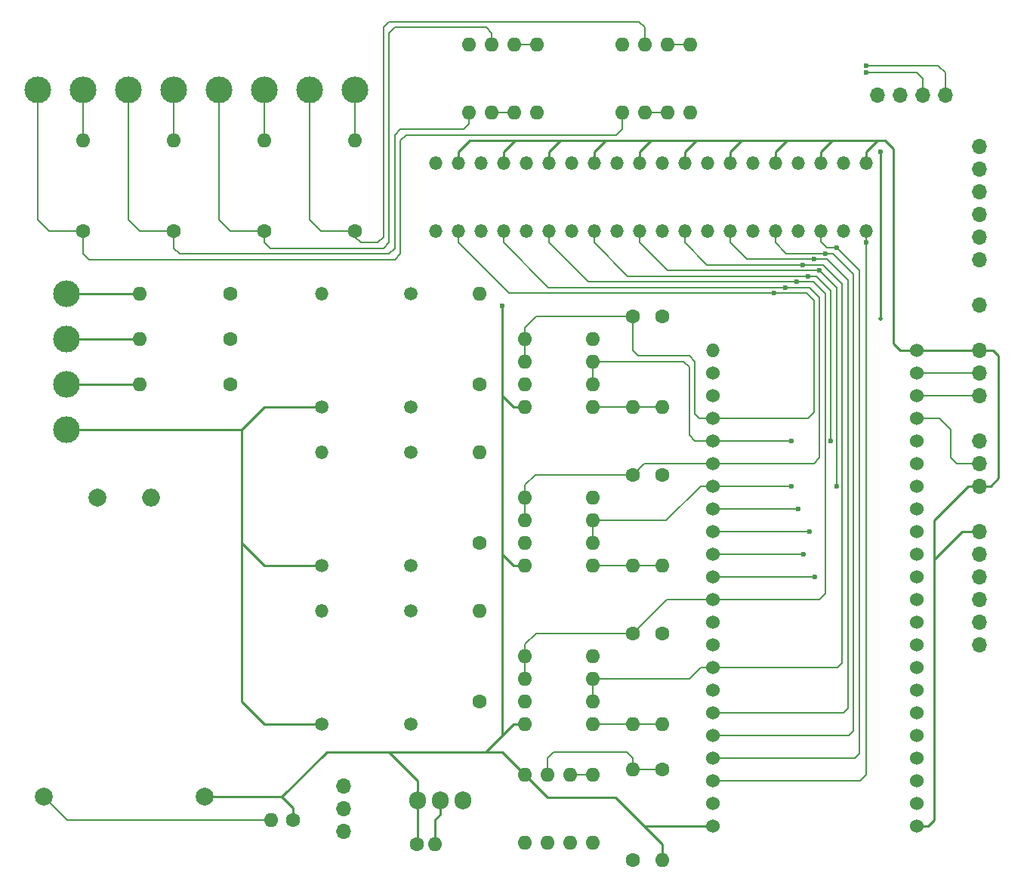
<source format=gbr>
%TF.GenerationSoftware,KiCad,Pcbnew,7.0.10*%
%TF.CreationDate,2024-05-09T15:11:21-03:00*%
%TF.ProjectId,board,626f6172-642e-46b6-9963-61645f706362,1.6*%
%TF.SameCoordinates,Original*%
%TF.FileFunction,Copper,L1,Top*%
%TF.FilePolarity,Positive*%
%FSLAX46Y46*%
G04 Gerber Fmt 4.6, Leading zero omitted, Abs format (unit mm)*
G04 Created by KiCad (PCBNEW 7.0.10) date 2024-05-09 15:11:21*
%MOMM*%
%LPD*%
G01*
G04 APERTURE LIST*
%TA.AperFunction,ComponentPad*%
%ADD10O,1.500000X1.500000*%
%TD*%
%TA.AperFunction,ComponentPad*%
%ADD11C,1.600000*%
%TD*%
%TA.AperFunction,ComponentPad*%
%ADD12O,1.600000X1.600000*%
%TD*%
%TA.AperFunction,ComponentPad*%
%ADD13O,1.700000X1.700000*%
%TD*%
%TA.AperFunction,ComponentPad*%
%ADD14O,2.000000X2.000000*%
%TD*%
%TA.AperFunction,ComponentPad*%
%ADD15C,2.000000*%
%TD*%
%TA.AperFunction,ComponentPad*%
%ADD16O,1.530000X1.530000*%
%TD*%
%TA.AperFunction,ComponentPad*%
%ADD17C,1.530000*%
%TD*%
%TA.AperFunction,ComponentPad*%
%ADD18O,3.000000X3.000000*%
%TD*%
%TA.AperFunction,ComponentPad*%
%ADD19C,3.000000*%
%TD*%
%TA.AperFunction,ComponentPad*%
%ADD20O,1.508000X1.508000*%
%TD*%
%TA.AperFunction,ComponentPad*%
%ADD21C,1.508000*%
%TD*%
%TA.AperFunction,ComponentPad*%
%ADD22O,1.905000X2.000000*%
%TD*%
%TA.AperFunction,ViaPad*%
%ADD23C,0.600000*%
%TD*%
%TA.AperFunction,ViaPad*%
%ADD24C,0.500000*%
%TD*%
%TA.AperFunction,Conductor*%
%ADD25C,0.200000*%
%TD*%
%TA.AperFunction,Conductor*%
%ADD26C,0.250000*%
%TD*%
G04 APERTURE END LIST*
D10*
%TO.P,DZ17,1,K*%
%TO.N,GND*%
X149352000Y-52695000D03*
%TO.P,DZ17,2,A*%
%TO.N,Treated Wave B*%
X149352000Y-60315000D03*
%TD*%
%TO.P,DZ14,1,K*%
%TO.N,Treated Wave CA*%
X156972000Y-60320000D03*
%TO.P,DZ14,2,A*%
%TO.N,Vcc*%
X156972000Y-52700000D03*
%TD*%
D11*
%TO.P,R9,1*%
%TO.N,Treated Wave A*%
X163830000Y-69850000D03*
D12*
%TO.P,R9,2*%
%TO.N,Net-(U2B-+)*%
X163830000Y-80010000D03*
%TD*%
D10*
%TO.P,DZ2,1,K*%
%TO.N,Current A*%
X187452000Y-60320000D03*
%TO.P,DZ2,2,A*%
%TO.N,Vcc*%
X187452000Y-52700000D03*
%TD*%
D13*
%TO.P,SW2,1,A*%
%TO.N,Vcc*%
X202692000Y-83820000D03*
%TO.P,SW2,2,B*%
%TO.N,System Type*%
X202692000Y-86360000D03*
%TO.P,SW2,3,C*%
%TO.N,GND*%
X202692000Y-88900000D03*
%TD*%
D11*
%TO.P,R7,1*%
%TO.N,Wave B*%
X146685000Y-95250000D03*
D12*
%TO.P,R7,2*%
%TO.N,TC A-2*%
X146685000Y-85090000D03*
%TD*%
%TO.P,U4,1*%
%TO.N,Treated Wave C*%
X151775000Y-107960000D03*
%TO.P,U4,2,-*%
X151775000Y-110500000D03*
%TO.P,U4,3,+*%
%TO.N,Wave C*%
X151775000Y-113040000D03*
%TO.P,U4,4,V-*%
%TO.N,GND*%
X151775000Y-115580000D03*
%TO.P,U4,5,+*%
%TO.N,Net-(U4B-+)*%
X159395000Y-115580000D03*
%TO.P,U4,6,-*%
%TO.N,Treated Wave BC*%
X159395000Y-113040000D03*
%TO.P,U4,7*%
X159395000Y-110500000D03*
%TO.P,U4,8,V+*%
%TO.N,Vin*%
X159395000Y-107960000D03*
%TD*%
D14*
%TO.P,PS1,1,AC/L*%
%TO.N,Line A*%
X109855000Y-90170000D03*
D15*
%TO.P,PS1,2,AC/N*%
%TO.N,Neutral*%
X103855000Y-90170000D03*
%TO.P,PS1,3,-Vout*%
%TO.N,GND*%
X115855000Y-123770000D03*
%TO.P,PS1,4,+Vout*%
%TO.N,Power*%
X97855000Y-123770000D03*
%TD*%
D11*
%TO.P,R15,1*%
%TO.N,TC B-1*%
X122555000Y-60325000D03*
D12*
%TO.P,R15,2*%
%TO.N,TC A-2*%
X122555000Y-50165000D03*
%TD*%
D11*
%TO.P,R16,1*%
%TO.N,TC C-1*%
X112395000Y-60325000D03*
D12*
%TO.P,R16,2*%
%TO.N,TC A-2*%
X112395000Y-50165000D03*
%TD*%
D16*
%TO.P,MCU1,J1_1,3V3*%
%TO.N,Vcc*%
X172847000Y-73660000D03*
D17*
%TO.P,MCU1,J1_2,3V3__1*%
%TO.N,unconnected-(MCU1-3V3__1-PadJ1_2)*%
X172847000Y-76200000D03*
%TO.P,MCU1,J1_3,RST*%
%TO.N,unconnected-(MCU1-RST-PadJ1_3)*%
X172847000Y-78740000D03*
%TO.P,MCU1,J1_4,GPIO4*%
%TO.N,Treated Wave A*%
X172847000Y-81280000D03*
%TO.P,MCU1,J1_5,GPIO5*%
%TO.N,Treated Wave CA*%
X172847000Y-83820000D03*
%TO.P,MCU1,J1_6,GPIO6*%
%TO.N,Treated Wave B*%
X172847000Y-86360000D03*
%TO.P,MCU1,J1_7,GPIO7*%
%TO.N,Treated Wave AB*%
X172847000Y-88900000D03*
%TO.P,MCU1,J1_8,GPIO15*%
%TO.N,CS*%
X172847000Y-91440000D03*
%TO.P,MCU1,J1_9,GPIO16*%
%TO.N,MOSI*%
X172847000Y-93980000D03*
%TO.P,MCU1,J1_10,GPIO17*%
%TO.N,SCK*%
X172847000Y-96520000D03*
%TO.P,MCU1,J1_11,GPIO18*%
%TO.N,MISO*%
X172847000Y-99060000D03*
%TO.P,MCU1,J1_12,GPIO8*%
%TO.N,Treated Wave C*%
X172847000Y-101600000D03*
%TO.P,MCU1,J1_13,GPIO3*%
%TO.N,unconnected-(MCU1-GPIO3-PadJ1_13)*%
X172847000Y-104140000D03*
%TO.P,MCU1,J1_14,GPIO46*%
%TO.N,unconnected-(MCU1-GPIO46-PadJ1_14)*%
X172847000Y-106680000D03*
%TO.P,MCU1,J1_15,GPIO9*%
%TO.N,Treated Wave BC*%
X172847000Y-109220000D03*
%TO.P,MCU1,J1_16,GPIO10*%
%TO.N,unconnected-(MCU1-GPIO10-PadJ1_16)*%
X172847000Y-111760000D03*
%TO.P,MCU1,J1_17,GPIO11*%
%TO.N,Current N*%
X172847000Y-114300000D03*
%TO.P,MCU1,J1_18,GPIO12*%
%TO.N,Current C*%
X172847000Y-116840000D03*
%TO.P,MCU1,J1_19,GPIO13*%
%TO.N,Current B*%
X172847000Y-119380000D03*
%TO.P,MCU1,J1_20,GPIO14*%
%TO.N,Current A*%
X172847000Y-121920000D03*
%TO.P,MCU1,J1_21,5V0*%
%TO.N,unconnected-(MCU1-5V0-PadJ1_21)*%
X172847000Y-124460000D03*
%TO.P,MCU1,J1_22,GND*%
%TO.N,GND*%
X172847000Y-127000000D03*
%TO.P,MCU1,J3_1,GND__1*%
X195707000Y-73660000D03*
%TO.P,MCU1,J3_2,U0TXD/GPIO43*%
%TO.N,UART TX*%
X195707000Y-76200000D03*
%TO.P,MCU1,J3_3,U0RXD/GPIO44*%
%TO.N,UART RX*%
X195707000Y-78740000D03*
%TO.P,MCU1,J3_4,GPIO1*%
%TO.N,System Type*%
X195707000Y-81280000D03*
%TO.P,MCU1,J3_5,GPIO2*%
%TO.N,unconnected-(MCU1-GPIO2-PadJ3_5)*%
X195707000Y-83820000D03*
%TO.P,MCU1,J3_6,MTMS/GPIO42*%
%TO.N,unconnected-(MCU1-MTMS{slash}GPIO42-PadJ3_6)*%
X195707000Y-86360000D03*
%TO.P,MCU1,J3_7,MTDI/GPIO41*%
%TO.N,unconnected-(MCU1-MTDI{slash}GPIO41-PadJ3_7)*%
X195707000Y-88900000D03*
%TO.P,MCU1,J3_8,MTDO/GPIO40*%
%TO.N,unconnected-(MCU1-MTDO{slash}GPIO40-PadJ3_8)*%
X195707000Y-91440000D03*
%TO.P,MCU1,J3_9,MTCK/GPIO39*%
%TO.N,unconnected-(MCU1-MTCK{slash}GPIO39-PadJ3_9)*%
X195707000Y-93980000D03*
%TO.P,MCU1,J3_10,GPIO38*%
%TO.N,unconnected-(MCU1-GPIO38-PadJ3_10)*%
X195707000Y-96520000D03*
%TO.P,MCU1,J3_11,GPIO37*%
%TO.N,unconnected-(MCU1-GPIO37-PadJ3_11)*%
X195707000Y-99060000D03*
%TO.P,MCU1,J3_12,GPIO36*%
%TO.N,unconnected-(MCU1-GPIO36-PadJ3_12)*%
X195707000Y-101600000D03*
%TO.P,MCU1,J3_13,GPIO35*%
%TO.N,unconnected-(MCU1-GPIO35-PadJ3_13)*%
X195707000Y-104140000D03*
%TO.P,MCU1,J3_14,GPIO0*%
%TO.N,unconnected-(MCU1-GPIO0-PadJ3_14)*%
X195707000Y-106680000D03*
%TO.P,MCU1,J3_15,GPIO45*%
%TO.N,unconnected-(MCU1-GPIO45-PadJ3_15)*%
X195707000Y-109220000D03*
%TO.P,MCU1,J3_16,GPIO48*%
%TO.N,unconnected-(MCU1-GPIO48-PadJ3_16)*%
X195707000Y-111760000D03*
%TO.P,MCU1,J3_17,GPIO47*%
%TO.N,unconnected-(MCU1-GPIO47-PadJ3_17)*%
X195707000Y-114300000D03*
%TO.P,MCU1,J3_18,GPIO21*%
%TO.N,unconnected-(MCU1-GPIO21-PadJ3_18)*%
X195707000Y-116840000D03*
%TO.P,MCU1,J3_19,USB_D+/GPIO20*%
%TO.N,unconnected-(MCU1-USB_D+{slash}GPIO20-PadJ3_19)*%
X195707000Y-119380000D03*
%TO.P,MCU1,J3_20,USB_D-/GPIO19*%
%TO.N,unconnected-(MCU1-USB_D-{slash}GPIO19-PadJ3_20)*%
X195707000Y-121920000D03*
%TO.P,MCU1,J3_21,GND__2*%
%TO.N,unconnected-(MCU1-GND__2-PadJ3_21)*%
X195707000Y-124460000D03*
%TO.P,MCU1,J3_22,GND__3*%
%TO.N,GND*%
X195707000Y-127000000D03*
%TD*%
D12*
%TO.P,U3,1*%
%TO.N,Treated Wave B*%
X151775000Y-90180000D03*
%TO.P,U3,2,-*%
X151775000Y-92720000D03*
%TO.P,U3,3,+*%
%TO.N,Wave B*%
X151775000Y-95260000D03*
%TO.P,U3,4,V-*%
%TO.N,GND*%
X151775000Y-97800000D03*
%TO.P,U3,5,+*%
%TO.N,Net-(U3B-+)*%
X159395000Y-97800000D03*
%TO.P,U3,6,-*%
%TO.N,Treated Wave AB*%
X159395000Y-95260000D03*
%TO.P,U3,7*%
X159395000Y-92720000D03*
%TO.P,U3,8,V+*%
%TO.N,Vin*%
X159395000Y-90180000D03*
%TD*%
D10*
%TO.P,DZ13,1,K*%
%TO.N,GND*%
X159512000Y-52695000D03*
%TO.P,DZ13,2,A*%
%TO.N,Treated Wave CA*%
X159512000Y-60315000D03*
%TD*%
D11*
%TO.P,R18,1*%
%TO.N,TC N-1*%
X102235000Y-60325000D03*
D12*
%TO.P,R18,2*%
%TO.N,TC A-2*%
X102235000Y-50165000D03*
%TD*%
D10*
%TO.P,DZ6,1,K*%
%TO.N,Current C*%
X177292000Y-60325000D03*
%TO.P,DZ6,2,A*%
%TO.N,Vcc*%
X177292000Y-52705000D03*
%TD*%
%TO.P,DZ18,1,K*%
%TO.N,Treated Wave B*%
X146812000Y-60325000D03*
%TO.P,DZ18,2,A*%
%TO.N,Vcc*%
X146812000Y-52705000D03*
%TD*%
%TO.P,DZ5,1,K*%
%TO.N,GND*%
X179832000Y-52695000D03*
%TO.P,DZ5,2,A*%
%TO.N,Current C*%
X179832000Y-60315000D03*
%TD*%
D18*
%TO.P,J6,1,Pin_1*%
%TO.N,TC A-2*%
X102235000Y-44450000D03*
D19*
%TO.P,J6,2,Pin_2*%
%TO.N,TC N-1*%
X97155000Y-44450000D03*
%TD*%
D13*
%TO.P,P1,1,Pin_1*%
%TO.N,UART RX*%
X202692000Y-78740000D03*
%TO.P,P1,2,Pin_2*%
%TO.N,UART TX*%
X202692000Y-76200000D03*
%TO.P,P1,3,Pin_3*%
%TO.N,GND*%
X202692000Y-73660000D03*
%TD*%
D11*
%TO.P,R1,1*%
%TO.N,Vcc*%
X163830000Y-130810000D03*
D12*
%TO.P,R1,2*%
%TO.N,Net-(U1A-+)*%
X163830000Y-120650000D03*
%TD*%
D20*
%TO.P,T1,1*%
%TO.N,Net-(R3-Pad1)*%
X128985000Y-67310000D03*
D21*
%TO.P,T1,2*%
%TO.N,Neutral*%
X128985000Y-80010000D03*
%TO.P,T1,3*%
%TO.N,Wave A*%
X138985000Y-80010000D03*
%TO.P,T1,4*%
%TO.N,TC A-2*%
X138985000Y-67310000D03*
%TD*%
D11*
%TO.P,R11,1*%
%TO.N,Treated Wave B*%
X163830000Y-87630000D03*
D12*
%TO.P,R11,2*%
%TO.N,Net-(U3B-+)*%
X163830000Y-97790000D03*
%TD*%
%TO.P,U1,1*%
%TO.N,TC A-2*%
X159375000Y-121295000D03*
%TO.P,U1,2,-*%
X156835000Y-121295000D03*
%TO.P,U1,3,+*%
%TO.N,Net-(U1A-+)*%
X154295000Y-121295000D03*
%TO.P,U1,4,V-*%
%TO.N,GND*%
X151755000Y-121295000D03*
%TO.P,U1,5*%
%TO.N,N/C*%
X151755000Y-128915000D03*
%TO.P,U1,6*%
X154295000Y-128915000D03*
%TO.P,U1,7*%
X156835000Y-128915000D03*
%TO.P,U1,8,V+*%
%TO.N,Vin*%
X159375000Y-128915000D03*
%TD*%
D10*
%TO.P,DZ11,1,K*%
%TO.N,GND*%
X164592000Y-52700000D03*
%TO.P,DZ11,2,A*%
%TO.N,Treated Wave AB*%
X164592000Y-60320000D03*
%TD*%
D13*
%TO.P,SW1,1,A*%
%TO.N,Vin*%
X131445000Y-122555000D03*
%TO.P,SW1,2,B*%
%TO.N,Power*%
X131445000Y-125095000D03*
%TO.P,SW1,3,C*%
%TO.N,unconnected-(SW1A-C-Pad3)*%
X131445000Y-127635000D03*
%TD*%
D11*
%TO.P,R13,1*%
%TO.N,Treated Wave C*%
X163830000Y-105410000D03*
D12*
%TO.P,R13,2*%
%TO.N,Net-(U4B-+)*%
X163830000Y-115570000D03*
%TD*%
D20*
%TO.P,T3,1*%
%TO.N,Net-(R5-Pad1)*%
X128985000Y-102870000D03*
D21*
%TO.P,T3,2*%
%TO.N,Neutral*%
X128985000Y-115570000D03*
%TO.P,T3,3*%
%TO.N,Wave C*%
X138985000Y-115570000D03*
%TO.P,T3,4*%
%TO.N,TC A-2*%
X138985000Y-102870000D03*
%TD*%
D11*
%TO.P,R6,1*%
%TO.N,Wave A*%
X146685000Y-77470000D03*
D12*
%TO.P,R6,2*%
%TO.N,TC A-2*%
X146685000Y-67310000D03*
%TD*%
D10*
%TO.P,DZ3,1,K*%
%TO.N,GND*%
X184912000Y-52700000D03*
%TO.P,DZ3,2,A*%
%TO.N,Current B*%
X184912000Y-60320000D03*
%TD*%
D11*
%TO.P,R10,1*%
%TO.N,Treated Wave C*%
X167132000Y-69850000D03*
D12*
%TO.P,R10,2*%
%TO.N,Net-(U2B-+)*%
X167132000Y-80010000D03*
%TD*%
D10*
%TO.P,DZ16,1,K*%
%TO.N,Treated Wave C*%
X151892000Y-60320000D03*
%TO.P,DZ16,2,A*%
%TO.N,Vcc*%
X151892000Y-52700000D03*
%TD*%
%TO.P,DZ15,1,K*%
%TO.N,GND*%
X154432000Y-52695000D03*
%TO.P,DZ15,2,A*%
%TO.N,Treated Wave C*%
X154432000Y-60315000D03*
%TD*%
D11*
%TO.P,R3,1*%
%TO.N,Net-(R3-Pad1)*%
X118745000Y-67310000D03*
D12*
%TO.P,R3,2*%
%TO.N,Line A*%
X108585000Y-67310000D03*
%TD*%
D11*
%TO.P,R12,1*%
%TO.N,Treated Wave A*%
X167132000Y-87630000D03*
D12*
%TO.P,R12,2*%
%TO.N,Net-(U3B-+)*%
X167132000Y-97790000D03*
%TD*%
D10*
%TO.P,DZ12,1,K*%
%TO.N,Treated Wave AB*%
X162052000Y-60325000D03*
%TO.P,DZ12,2,A*%
%TO.N,Vcc*%
X162052000Y-52705000D03*
%TD*%
D12*
%TO.P,C2,1*%
%TO.N,Vcc*%
X141681200Y-129057400D03*
D11*
%TO.P,C2,2*%
%TO.N,GND*%
X139681200Y-129057400D03*
%TD*%
D18*
%TO.P,J3,1,Pin_1*%
%TO.N,TC A-2*%
X132715000Y-44450000D03*
D19*
%TO.P,J3,2,Pin_2*%
%TO.N,TC A-1*%
X127635000Y-44450000D03*
%TD*%
D11*
%TO.P,R14,1*%
%TO.N,Treated Wave B*%
X167132000Y-105410000D03*
D12*
%TO.P,R14,2*%
%TO.N,Net-(U4B-+)*%
X167132000Y-115570000D03*
%TD*%
D18*
%TO.P,J1,1,Pin_1*%
%TO.N,Line A*%
X100330000Y-67310000D03*
D19*
%TO.P,J1,2,Pin_2*%
%TO.N,Line B*%
X100330000Y-72390000D03*
%TD*%
D13*
%TO.P,P4,1,Pin_1*%
%TO.N,Treated Wave A*%
X202692000Y-63500000D03*
%TO.P,P4,2,Pin_2*%
%TO.N,Treated Wave B*%
X202692000Y-60960000D03*
%TO.P,P4,3,Pin_3*%
%TO.N,Treated Wave C*%
X202692000Y-58420000D03*
%TO.P,P4,4,Pin_4*%
%TO.N,Treated Wave CA*%
X202692000Y-55880000D03*
%TO.P,P4,5,Pin_5*%
%TO.N,Treated Wave AB*%
X202692000Y-53340000D03*
%TO.P,P4,6,Pin_6*%
%TO.N,Treated Wave BC*%
X202692000Y-50800000D03*
%TD*%
D10*
%TO.P,DZ9,1,K*%
%TO.N,GND*%
X169672000Y-52695000D03*
%TO.P,DZ9,2,A*%
%TO.N,Treated Wave BC*%
X169672000Y-60315000D03*
%TD*%
%TO.P,DZ7,1,K*%
%TO.N,GND*%
X174752000Y-52700000D03*
%TO.P,DZ7,2,A*%
%TO.N,Current N*%
X174752000Y-60320000D03*
%TD*%
D20*
%TO.P,T2,1*%
%TO.N,Net-(R4-Pad1)*%
X128985000Y-85090000D03*
D21*
%TO.P,T2,2*%
%TO.N,Neutral*%
X128985000Y-97790000D03*
%TO.P,T2,3*%
%TO.N,Wave B*%
X138985000Y-97790000D03*
%TO.P,T2,4*%
%TO.N,TC A-2*%
X138985000Y-85090000D03*
%TD*%
D18*
%TO.P,J5,1,Pin_1*%
%TO.N,TC A-2*%
X112395000Y-44450000D03*
D19*
%TO.P,J5,2,Pin_2*%
%TO.N,TC C-1*%
X107315000Y-44450000D03*
%TD*%
D10*
%TO.P,DZ20,1,K*%
%TO.N,Treated Wave A*%
X141732000Y-60320000D03*
%TO.P,DZ20,2,A*%
%TO.N,Vcc*%
X141732000Y-52700000D03*
%TD*%
D13*
%TO.P,P5,1,Pin_1*%
%TO.N,GND*%
X202692000Y-93980000D03*
%TO.P,P5,2,Pin_2*%
%TO.N,Vcc*%
X202692000Y-96520000D03*
%TO.P,P5,3,Pin_3*%
%TO.N,MISO*%
X202692000Y-99060000D03*
%TO.P,P5,4,Pin_4*%
%TO.N,MOSI*%
X202692000Y-101600000D03*
%TO.P,P5,5,Pin_5*%
%TO.N,SCK*%
X202692000Y-104140000D03*
%TO.P,P5,6,Pin_6*%
%TO.N,CS*%
X202692000Y-106680000D03*
%TD*%
D10*
%TO.P,DZ4,1,K*%
%TO.N,Current B*%
X182372000Y-60325000D03*
%TO.P,DZ4,2,A*%
%TO.N,Vcc*%
X182372000Y-52705000D03*
%TD*%
D11*
%TO.P,R17,1*%
%TO.N,TC A-1*%
X132715000Y-60325000D03*
D12*
%TO.P,R17,2*%
%TO.N,TC A-2*%
X132715000Y-50165000D03*
%TD*%
D13*
%TO.P,P3,1,Pin_1*%
%TO.N,Current A*%
X191272000Y-45085000D03*
%TO.P,P3,2,Pin_2*%
%TO.N,Current B*%
X193812000Y-45085000D03*
%TO.P,P3,3,Pin_3*%
%TO.N,Current C*%
X196352000Y-45085000D03*
%TO.P,P3,4,Pin_4*%
%TO.N,Current N*%
X198892000Y-45085000D03*
%TD*%
D10*
%TO.P,DZ1,1,K*%
%TO.N,GND*%
X189992000Y-52700000D03*
%TO.P,DZ1,2,A*%
%TO.N,Current A*%
X189992000Y-60320000D03*
%TD*%
D12*
%TO.P,U6,1*%
%TO.N,Current A*%
X170297000Y-39380000D03*
%TO.P,U6,2,-*%
X167757000Y-39380000D03*
%TO.P,U6,3,+*%
%TO.N,TC A-1*%
X165217000Y-39380000D03*
%TO.P,U6,4,V-*%
%TO.N,GND*%
X162677000Y-39380000D03*
%TO.P,U6,5,+*%
%TO.N,TC N-1*%
X162677000Y-47000000D03*
%TO.P,U6,6,-*%
%TO.N,Current N*%
X165217000Y-47000000D03*
%TO.P,U6,7*%
X167757000Y-47000000D03*
%TO.P,U6,8,V+*%
%TO.N,Vin*%
X170297000Y-47000000D03*
%TD*%
%TO.P,C1,1*%
%TO.N,Power*%
X123277621Y-126365000D03*
D11*
%TO.P,C1,2*%
%TO.N,GND*%
X125777621Y-126365000D03*
%TD*%
%TO.P,R8,1*%
%TO.N,Wave C*%
X146685000Y-113030000D03*
D12*
%TO.P,R8,2*%
%TO.N,TC A-2*%
X146685000Y-102870000D03*
%TD*%
D18*
%TO.P,J2,1,Pin_1*%
%TO.N,Line C*%
X100330000Y-77470000D03*
D19*
%TO.P,J2,2,Pin_2*%
%TO.N,Neutral*%
X100330000Y-82550000D03*
%TD*%
D13*
%TO.P,P2,1,Pin_1*%
%TO.N,TC A-2*%
X202692000Y-68580000D03*
%TD*%
D22*
%TO.P,PS2,1,GND*%
%TO.N,GND*%
X139700000Y-124135000D03*
%TO.P,PS2,2,VO*%
%TO.N,Vcc*%
X142240000Y-124135000D03*
%TO.P,PS2,3,VI*%
%TO.N,Vin*%
X144780000Y-124135000D03*
%TD*%
D10*
%TO.P,DZ8,1,K*%
%TO.N,Current N*%
X172212000Y-60325000D03*
%TO.P,DZ8,2,A*%
%TO.N,Vcc*%
X172212000Y-52705000D03*
%TD*%
%TO.P,DZ10,1,K*%
%TO.N,Treated Wave BC*%
X167132000Y-60325000D03*
%TO.P,DZ10,2,A*%
%TO.N,Vcc*%
X167132000Y-52705000D03*
%TD*%
D11*
%TO.P,R4,1*%
%TO.N,Net-(R4-Pad1)*%
X118745000Y-72390000D03*
D12*
%TO.P,R4,2*%
%TO.N,Line B*%
X108585000Y-72390000D03*
%TD*%
D11*
%TO.P,R5,1*%
%TO.N,Net-(R5-Pad1)*%
X118745000Y-77470000D03*
D12*
%TO.P,R5,2*%
%TO.N,Line C*%
X108585000Y-77470000D03*
%TD*%
%TO.P,U2,1*%
%TO.N,Treated Wave A*%
X151765000Y-72390000D03*
%TO.P,U2,2,-*%
X151765000Y-74930000D03*
%TO.P,U2,3,+*%
%TO.N,Wave A*%
X151765000Y-77470000D03*
%TO.P,U2,4,V-*%
%TO.N,GND*%
X151765000Y-80010000D03*
%TO.P,U2,5,+*%
%TO.N,Net-(U2B-+)*%
X159385000Y-80010000D03*
%TO.P,U2,6,-*%
%TO.N,Treated Wave CA*%
X159385000Y-77470000D03*
%TO.P,U2,7*%
X159385000Y-74930000D03*
%TO.P,U2,8,V+*%
%TO.N,Vin*%
X159385000Y-72390000D03*
%TD*%
D11*
%TO.P,R2,1*%
%TO.N,Net-(U1A-+)*%
X167132000Y-120650000D03*
D12*
%TO.P,R2,2*%
%TO.N,GND*%
X167132000Y-130810000D03*
%TD*%
D18*
%TO.P,J4,1,Pin_1*%
%TO.N,TC A-2*%
X122555000Y-44450000D03*
D19*
%TO.P,J4,2,Pin_2*%
%TO.N,TC B-1*%
X117475000Y-44450000D03*
%TD*%
D12*
%TO.P,U5,1*%
%TO.N,Current B*%
X153152000Y-39380000D03*
%TO.P,U5,2,-*%
X150612000Y-39380000D03*
%TO.P,U5,3,+*%
%TO.N,TC B-1*%
X148072000Y-39380000D03*
%TO.P,U5,4,V-*%
%TO.N,GND*%
X145532000Y-39380000D03*
%TO.P,U5,5,+*%
%TO.N,TC C-1*%
X145532000Y-47000000D03*
%TO.P,U5,6,-*%
%TO.N,Current C*%
X148072000Y-47000000D03*
%TO.P,U5,7*%
X150612000Y-47000000D03*
%TO.P,U5,8,V+*%
%TO.N,Vin*%
X153152000Y-47000000D03*
%TD*%
D10*
%TO.P,DZ19,1,K*%
%TO.N,GND*%
X144272000Y-52695000D03*
%TO.P,DZ19,2,A*%
%TO.N,Treated Wave A*%
X144272000Y-60315000D03*
%TD*%
D23*
%TO.N,Treated Wave A*%
X179705000Y-67300000D03*
%TO.N,Treated Wave B*%
X180975000Y-66665000D03*
%TO.N,Treated Wave C*%
X182245000Y-66030000D03*
%TO.N,Treated Wave CA*%
X183515000Y-65395000D03*
X181610000Y-83820000D03*
X186055000Y-83820000D03*
%TO.N,Treated Wave AB*%
X181610000Y-88900000D03*
X186690000Y-88900000D03*
X184785000Y-64760000D03*
%TO.N,Treated Wave BC*%
X182880000Y-64125000D03*
D24*
%TO.N,Vcc*%
X191643000Y-70104000D03*
D23*
X191643000Y-51425000D03*
%TO.N,GND*%
X149225000Y-68707000D03*
%TO.N,Current A*%
X189992000Y-61595000D03*
%TO.N,Current B*%
X186690000Y-62220000D03*
%TO.N,Current C*%
X189992000Y-42545000D03*
X185420000Y-62855000D03*
%TO.N,Current N*%
X189992000Y-41744997D03*
X184150000Y-63490000D03*
%TO.N,CS*%
X182372000Y-91440000D03*
%TO.N,MOSI*%
X183642000Y-93980000D03*
%TO.N,SCK*%
X183007000Y-96520000D03*
%TO.N,MISO*%
X184277000Y-99060000D03*
%TD*%
D25*
%TO.N,Treated Wave A*%
X163830000Y-69850000D02*
X163830000Y-73660000D01*
X163830000Y-69850000D02*
X153035000Y-69850000D01*
X171323000Y-81280000D02*
X172847000Y-81280000D01*
X179705000Y-67300000D02*
X183378000Y-67300000D01*
X179705000Y-67300000D02*
X149977000Y-67300000D01*
X151765000Y-74930000D02*
X151765000Y-72390000D01*
X144272000Y-61595000D02*
X144272000Y-60315000D01*
X151765000Y-71120000D02*
X151765000Y-72390000D01*
X184150000Y-68072000D02*
X184150000Y-80645000D01*
X163830000Y-73660000D02*
X164465000Y-74295000D01*
X170180000Y-74295000D02*
X170815000Y-74930000D01*
X170815000Y-80772000D02*
X171323000Y-81280000D01*
X153035000Y-69850000D02*
X151765000Y-71120000D01*
X184150000Y-80645000D02*
X183515000Y-81280000D01*
X183515000Y-81280000D02*
X172847000Y-81280000D01*
X164465000Y-74295000D02*
X170180000Y-74295000D01*
X170815000Y-74930000D02*
X170815000Y-80772000D01*
X149977000Y-67300000D02*
X144272000Y-61595000D01*
X183378000Y-67300000D02*
X184150000Y-68072000D01*
%TO.N,Treated Wave B*%
X163830000Y-87630000D02*
X152918000Y-87630000D01*
X152918000Y-87630000D02*
X151775000Y-88773000D01*
X172847000Y-86360000D02*
X165100000Y-86360000D01*
X184785000Y-67735893D02*
X184785000Y-85725000D01*
X149352000Y-61595000D02*
X149352000Y-60315000D01*
X151775000Y-92720000D02*
X151775000Y-90180000D01*
X180975000Y-66665000D02*
X183714107Y-66665000D01*
X180975000Y-66665000D02*
X154422000Y-66665000D01*
X154422000Y-66665000D02*
X149352000Y-61595000D01*
X165100000Y-86360000D02*
X163830000Y-87630000D01*
X184785000Y-85725000D02*
X184150000Y-86360000D01*
X184150000Y-86360000D02*
X172847000Y-86360000D01*
X151775000Y-88773000D02*
X151775000Y-90180000D01*
X183714107Y-66665000D02*
X184785000Y-67735893D01*
%TO.N,Treated Wave C*%
X185420000Y-100965000D02*
X184785000Y-101600000D01*
X154432000Y-61595000D02*
X154432000Y-60315000D01*
X163830000Y-105410000D02*
X153035000Y-105410000D01*
X151775000Y-106670000D02*
X151775000Y-107960000D01*
X185420000Y-67354893D02*
X185420000Y-100965000D01*
X158867000Y-66030000D02*
X154432000Y-61595000D01*
X184095107Y-66030000D02*
X185420000Y-67354893D01*
X167640000Y-101600000D02*
X163830000Y-105410000D01*
X153035000Y-105410000D02*
X151775000Y-106670000D01*
X182245000Y-66030000D02*
X184095107Y-66030000D01*
X184785000Y-101600000D02*
X172847000Y-101600000D01*
X172847000Y-101600000D02*
X167640000Y-101600000D01*
X151775000Y-107960000D02*
X151775000Y-110500000D01*
X182245000Y-66030000D02*
X158867000Y-66030000D01*
%TO.N,Treated Wave CA*%
X170180000Y-83185000D02*
X170815000Y-83820000D01*
X159385000Y-74930000D02*
X169545000Y-74930000D01*
X170815000Y-83820000D02*
X172847000Y-83820000D01*
X159385000Y-74930000D02*
X159385000Y-77470000D01*
X163312000Y-65395000D02*
X159512000Y-61595000D01*
X159512000Y-61595000D02*
X159512000Y-60315000D01*
X183515000Y-65395000D02*
X184476107Y-65395000D01*
X183515000Y-65395000D02*
X163312000Y-65395000D01*
X181610000Y-83820000D02*
X172847000Y-83820000D01*
X169545000Y-74930000D02*
X170180000Y-75565000D01*
X170180000Y-75565000D02*
X170180000Y-83185000D01*
X184476107Y-65395000D02*
X186055000Y-66973893D01*
X186055000Y-66973893D02*
X186055000Y-83820000D01*
%TO.N,Treated Wave AB*%
X159395000Y-92720000D02*
X167630000Y-92720000D01*
X159395000Y-92720000D02*
X159395000Y-95260000D01*
X171450000Y-88900000D02*
X172847000Y-88900000D01*
X167757000Y-64760000D02*
X164592000Y-61595000D01*
X184785000Y-64760000D02*
X167757000Y-64760000D01*
X181610000Y-88900000D02*
X172847000Y-88900000D01*
X186690000Y-66665000D02*
X186690000Y-88900000D01*
X164592000Y-61595000D02*
X164592000Y-60320000D01*
X184785000Y-64760000D02*
X186690000Y-66665000D01*
X167630000Y-92720000D02*
X171450000Y-88900000D01*
%TO.N,Treated Wave BC*%
X170233500Y-110500000D02*
X171513500Y-109220000D01*
X172202000Y-64125000D02*
X169672000Y-61595000D01*
X171513500Y-109220000D02*
X172847000Y-109220000D01*
X182880000Y-64125000D02*
X172202000Y-64125000D01*
X159395000Y-110500000D02*
X170233500Y-110500000D01*
X169672000Y-61595000D02*
X169672000Y-60315000D01*
X159395000Y-110500000D02*
X159395000Y-113040000D01*
X187325000Y-66211893D02*
X187325000Y-108712000D01*
X185238107Y-64125000D02*
X187325000Y-66211893D01*
X182880000Y-64125000D02*
X185238107Y-64125000D01*
X187325000Y-108712000D02*
X186817000Y-109220000D01*
X186817000Y-109220000D02*
X172847000Y-109220000D01*
D26*
%TO.N,Line B*%
X100330000Y-72390000D02*
X108585000Y-72390000D01*
%TO.N,Line A*%
X99695000Y-67310000D02*
X108585000Y-67310000D01*
%TO.N,Neutral*%
X120015000Y-82550000D02*
X122555000Y-80010000D01*
X122555000Y-80010000D02*
X128985000Y-80010000D01*
X100330000Y-82550000D02*
X120015000Y-82550000D01*
X120015000Y-95250000D02*
X120015000Y-113030000D01*
X122555000Y-115570000D02*
X128985000Y-115570000D01*
X120015000Y-95250000D02*
X122555000Y-97790000D01*
X120015000Y-82550000D02*
X120015000Y-95250000D01*
X120015000Y-113030000D02*
X122555000Y-115570000D01*
X122555000Y-97790000D02*
X128985000Y-97790000D01*
%TO.N,Line C*%
X100330000Y-77470000D02*
X108585000Y-77470000D01*
%TO.N,Vcc*%
X141681200Y-126288800D02*
X142240000Y-125730000D01*
X141681200Y-129057400D02*
X141681200Y-126288800D01*
X191643000Y-70104000D02*
X191643000Y-51425000D01*
X142240000Y-125730000D02*
X142240000Y-124135000D01*
%TO.N,GND*%
X204851000Y-88011000D02*
X203962000Y-88900000D01*
X154432000Y-51435000D02*
X154432000Y-52695000D01*
X170942000Y-50165000D02*
X169672000Y-51435000D01*
X149205000Y-118745000D02*
X151755000Y-121295000D01*
X150495000Y-80010000D02*
X151765000Y-80010000D01*
X136525000Y-118745000D02*
X139700000Y-121920000D01*
X165862000Y-50165000D02*
X164592000Y-51435000D01*
X186182000Y-50165000D02*
X184912000Y-51435000D01*
X174752000Y-51435000D02*
X174752000Y-52700000D01*
X149352000Y-51435000D02*
X150622000Y-50165000D01*
X150505000Y-97800000D02*
X151775000Y-97800000D01*
X159512000Y-51435000D02*
X159512000Y-52695000D01*
X149225000Y-116840000D02*
X149225000Y-96520000D01*
X139700000Y-121920000D02*
X139700000Y-124135000D01*
X164592000Y-51435000D02*
X164592000Y-52700000D01*
X192151000Y-50165000D02*
X191262000Y-50165000D01*
X125777621Y-126365000D02*
X125777621Y-125032621D01*
X154285000Y-123825000D02*
X161925000Y-123825000D01*
D25*
X139700000Y-129038600D02*
X139681200Y-129057400D01*
D26*
X193040000Y-51054000D02*
X192151000Y-50165000D01*
X202692000Y-93980000D02*
X200787000Y-93980000D01*
X150485000Y-115580000D02*
X151775000Y-115580000D01*
X125777621Y-125032621D02*
X124515000Y-123770000D01*
X160782000Y-50165000D02*
X159512000Y-51435000D01*
X181102000Y-50165000D02*
X176022000Y-50165000D01*
X136525000Y-118745000D02*
X147320000Y-118745000D01*
X193040000Y-72898000D02*
X193040000Y-51054000D01*
X147320000Y-118745000D02*
X149205000Y-118745000D01*
X115855000Y-123770000D02*
X124515000Y-123770000D01*
X149225000Y-68707000D02*
X149225000Y-78740000D01*
X145542000Y-50165000D02*
X144272000Y-51435000D01*
X139700000Y-124135000D02*
X139700000Y-129038600D01*
X151755000Y-121295000D02*
X154285000Y-123825000D01*
X176022000Y-50165000D02*
X174752000Y-51435000D01*
X179832000Y-51435000D02*
X179832000Y-52695000D01*
X200787000Y-93980000D02*
X197612000Y-97155000D01*
X195707000Y-73660000D02*
X193802000Y-73660000D01*
X149352000Y-52695000D02*
X149352000Y-51435000D01*
X169672000Y-51435000D02*
X169672000Y-52695000D01*
X129540000Y-118745000D02*
X136525000Y-118745000D01*
X197612000Y-99695000D02*
X197612000Y-126365000D01*
X155702000Y-50165000D02*
X150622000Y-50165000D01*
X195707000Y-73660000D02*
X202057000Y-73660000D01*
X147320000Y-118745000D02*
X149225000Y-116840000D01*
X161925000Y-123825000D02*
X165100000Y-127000000D01*
X197612000Y-126365000D02*
X196977000Y-127000000D01*
X186182000Y-50165000D02*
X181102000Y-50165000D01*
X149225000Y-78740000D02*
X150495000Y-80010000D01*
X155702000Y-50165000D02*
X154432000Y-51435000D01*
X170942000Y-50165000D02*
X165862000Y-50165000D01*
X150622000Y-50165000D02*
X145542000Y-50165000D01*
X181102000Y-50165000D02*
X179832000Y-51435000D01*
X191262000Y-50165000D02*
X186182000Y-50165000D01*
X196977000Y-127000000D02*
X195707000Y-127000000D01*
X144272000Y-51435000D02*
X144272000Y-52695000D01*
X197612000Y-97155000D02*
X197612000Y-99695000D01*
X203962000Y-88900000D02*
X202692000Y-88900000D01*
X149225000Y-96520000D02*
X150505000Y-97800000D01*
X189992000Y-51435000D02*
X189992000Y-52700000D01*
X197612000Y-92710000D02*
X197612000Y-99695000D01*
X202692000Y-88900000D02*
X201422000Y-88900000D01*
X191262000Y-50165000D02*
X189992000Y-51435000D01*
X193802000Y-73660000D02*
X193040000Y-72898000D01*
X165100000Y-127000000D02*
X172847000Y-127000000D01*
X202692000Y-73660000D02*
X204216000Y-73660000D01*
X149225000Y-96520000D02*
X149225000Y-86985000D01*
X165100000Y-127000000D02*
X167132000Y-129032000D01*
X124515000Y-123770000D02*
X129540000Y-118745000D01*
X184912000Y-51435000D02*
X184912000Y-52700000D01*
X149225000Y-116840000D02*
X150485000Y-115580000D01*
X201422000Y-88900000D02*
X197612000Y-92710000D01*
X204851000Y-74295000D02*
X204851000Y-88011000D01*
X149225000Y-78740000D02*
X149225000Y-87630000D01*
X160782000Y-50165000D02*
X155702000Y-50165000D01*
X167132000Y-129032000D02*
X167132000Y-130810000D01*
X204216000Y-73660000D02*
X204851000Y-74295000D01*
X165862000Y-50165000D02*
X160782000Y-50165000D01*
X176022000Y-50165000D02*
X170942000Y-50165000D01*
D25*
%TO.N,Current A*%
X189357000Y-121920000D02*
X189992000Y-121285000D01*
X189977800Y-60334200D02*
X189992000Y-60320000D01*
X172847000Y-121920000D02*
X189357000Y-121920000D01*
X167757000Y-39380000D02*
X170297000Y-39380000D01*
X189992000Y-121290000D02*
X189992000Y-60320000D01*
%TO.N,Current B*%
X184912000Y-60320000D02*
X184912000Y-61472200D01*
X185659800Y-62220000D02*
X186690000Y-62220000D01*
X186690000Y-62220000D02*
X189230000Y-64760000D01*
X150612000Y-39380000D02*
X153152000Y-39380000D01*
X189230000Y-64760000D02*
X189230000Y-118872000D01*
X188722000Y-119380000D02*
X172847000Y-119380000D01*
X189230000Y-118872000D02*
X188722000Y-119380000D01*
X184912000Y-61472200D02*
X185659800Y-62220000D01*
%TO.N,Current C*%
X196352000Y-43190000D02*
X196352000Y-45085000D01*
X179832000Y-61595000D02*
X179832000Y-60315000D01*
X186309000Y-62855000D02*
X188595000Y-65141000D01*
X188087000Y-116840000D02*
X172847000Y-116840000D01*
X185420000Y-62855000D02*
X186309000Y-62855000D01*
X188595000Y-65141000D02*
X188595000Y-116332000D01*
X185420000Y-62855000D02*
X181092000Y-62855000D01*
X189992000Y-42545000D02*
X195707000Y-42545000D01*
X181092000Y-62855000D02*
X179832000Y-61595000D01*
X195707000Y-42545000D02*
X196352000Y-43190000D01*
X188595000Y-116332000D02*
X188087000Y-116840000D01*
X148072000Y-47000000D02*
X150612000Y-47000000D01*
%TO.N,Current N*%
X187960000Y-65830893D02*
X187960000Y-113792000D01*
X198892000Y-42555000D02*
X198892000Y-45085000D01*
X185619107Y-63490000D02*
X187960000Y-65830893D01*
X184150000Y-63490000D02*
X185619107Y-63490000D01*
X176647000Y-63490000D02*
X174752000Y-61595000D01*
X187452000Y-114300000D02*
X172847000Y-114300000D01*
X174752000Y-61595000D02*
X174752000Y-60320000D01*
X187960000Y-113792000D02*
X187452000Y-114300000D01*
X198081997Y-41744997D02*
X198892000Y-42555000D01*
X189992000Y-41744997D02*
X198081997Y-41744997D01*
X184150000Y-63490000D02*
X176647000Y-63490000D01*
X165217000Y-47000000D02*
X167757000Y-47000000D01*
%TO.N,TC A-2*%
X112395000Y-44450000D02*
X112395000Y-50165000D01*
X122555000Y-44450000D02*
X122555000Y-50165000D01*
X102235000Y-44450000D02*
X102235000Y-50165000D01*
X159375000Y-121295000D02*
X156835000Y-121295000D01*
X132715000Y-44450000D02*
X132715000Y-50165000D01*
%TO.N,TC A-1*%
X132715000Y-60960000D02*
X132715000Y-60325000D01*
X165217000Y-39380000D02*
X165217000Y-37475000D01*
X135255000Y-61595000D02*
X133350000Y-61595000D01*
X135890000Y-60960000D02*
X135255000Y-61595000D01*
X165217000Y-37475000D02*
X164572000Y-36830000D01*
X128905000Y-60325000D02*
X132715000Y-60325000D01*
X164572000Y-36830000D02*
X136525000Y-36830000D01*
X127635000Y-59055000D02*
X128905000Y-60325000D01*
X127635000Y-44450000D02*
X127635000Y-59055000D01*
X136525000Y-36830000D02*
X135890000Y-37465000D01*
X135890000Y-37465000D02*
X135890000Y-60960000D01*
X133350000Y-61595000D02*
X132715000Y-60960000D01*
%TO.N,TC B-1*%
X117475000Y-59055000D02*
X118745000Y-60325000D01*
X148072000Y-38110000D02*
X147427000Y-37465000D01*
X117475000Y-44450000D02*
X117475000Y-59055000D01*
X147427000Y-37465000D02*
X137160000Y-37465000D01*
X122555000Y-61595000D02*
X122555000Y-60325000D01*
X136525000Y-38100000D02*
X136525000Y-61595000D01*
X123190000Y-62230000D02*
X122555000Y-61595000D01*
X137160000Y-37465000D02*
X136525000Y-38100000D01*
X136525000Y-61595000D02*
X135890000Y-62230000D01*
X118745000Y-60325000D02*
X122555000Y-60325000D01*
X135890000Y-62230000D02*
X123190000Y-62230000D01*
X148072000Y-39380000D02*
X148072000Y-38110000D01*
%TO.N,TC C-1*%
X137160000Y-49540000D02*
X137795000Y-48905000D01*
X144897000Y-48905000D02*
X145532000Y-48270000D01*
X112395000Y-60325000D02*
X112395000Y-62230000D01*
X108585000Y-60325000D02*
X112395000Y-60325000D01*
X113030000Y-62865000D02*
X136525000Y-62865000D01*
X107315000Y-44450000D02*
X107315000Y-59055000D01*
X145532000Y-48270000D02*
X145532000Y-47000000D01*
X137795000Y-48905000D02*
X144897000Y-48905000D01*
X107315000Y-59055000D02*
X108585000Y-60325000D01*
X137160000Y-62230000D02*
X137160000Y-49540000D01*
X136525000Y-62865000D02*
X137160000Y-62230000D01*
X112395000Y-62230000D02*
X113030000Y-62865000D01*
%TO.N,TC N-1*%
X98425000Y-60325000D02*
X102235000Y-60325000D01*
X137795000Y-50185000D02*
X138440000Y-49540000D01*
X162042000Y-49540000D02*
X138440000Y-49540000D01*
X102235000Y-62865000D02*
X102870000Y-63500000D01*
X162677000Y-48905000D02*
X162042000Y-49540000D01*
X137795000Y-62865000D02*
X137795000Y-50185000D01*
X102870000Y-63500000D02*
X137160000Y-63500000D01*
X97155000Y-59055000D02*
X98425000Y-60325000D01*
X97155000Y-44450000D02*
X97155000Y-59055000D01*
X162677000Y-47000000D02*
X162677000Y-48905000D01*
X137160000Y-63500000D02*
X137795000Y-62865000D01*
X102235000Y-60325000D02*
X102235000Y-62865000D01*
%TO.N,Power*%
X100450000Y-126365000D02*
X123277621Y-126365000D01*
X97855000Y-123770000D02*
X100450000Y-126365000D01*
%TO.N,Net-(U1A-+)*%
X163195000Y-118745000D02*
X154940000Y-118745000D01*
X163830000Y-120650000D02*
X163830000Y-119380000D01*
X154295000Y-119390000D02*
X154295000Y-121295000D01*
X163830000Y-119380000D02*
X163195000Y-118745000D01*
X167132000Y-120650000D02*
X163830000Y-120650000D01*
X154940000Y-118745000D02*
X154295000Y-119390000D01*
%TO.N,CS*%
X172847000Y-91440000D02*
X182372000Y-91440000D01*
%TO.N,MOSI*%
X172847000Y-93980000D02*
X183642000Y-93980000D01*
%TO.N,SCK*%
X183007000Y-96520000D02*
X172847000Y-96520000D01*
%TO.N,MISO*%
X172847000Y-99060000D02*
X184277000Y-99060000D01*
%TO.N,Net-(U2B-+)*%
X159385000Y-80010000D02*
X163830000Y-80010000D01*
X163830000Y-80010000D02*
X167132000Y-80010000D01*
%TO.N,System Type*%
X195707000Y-81280000D02*
X198247000Y-81280000D01*
X198247000Y-81280000D02*
X199517000Y-82550000D01*
X199517000Y-85725000D02*
X200152000Y-86360000D01*
X199517000Y-82550000D02*
X199517000Y-85725000D01*
X200152000Y-86360000D02*
X202692000Y-86360000D01*
%TO.N,UART TX*%
X195707000Y-76200000D02*
X202692000Y-76200000D01*
%TO.N,UART RX*%
X195707000Y-78740000D02*
X202692000Y-78740000D01*
%TO.N,Net-(U3B-+)*%
X163820000Y-97800000D02*
X163830000Y-97790000D01*
X159395000Y-97800000D02*
X163820000Y-97800000D01*
X163830000Y-97790000D02*
X167132000Y-97790000D01*
%TO.N,Net-(U4B-+)*%
X163820000Y-115580000D02*
X163830000Y-115570000D01*
X163830000Y-115570000D02*
X167132000Y-115570000D01*
X159395000Y-115580000D02*
X163820000Y-115580000D01*
%TD*%
M02*

</source>
